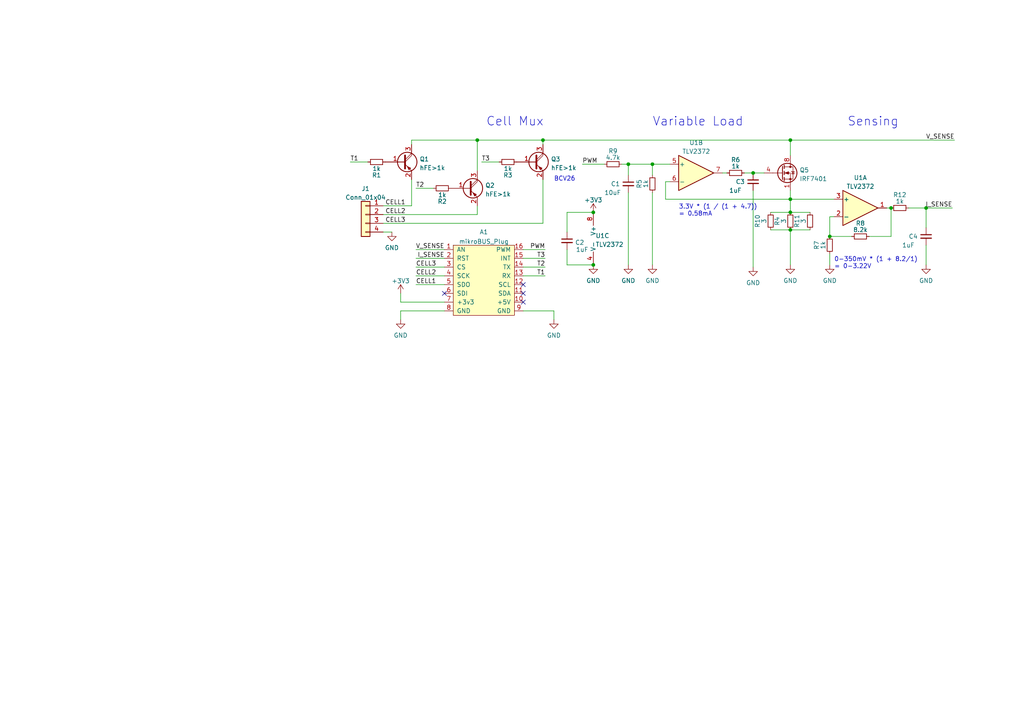
<source format=kicad_sch>
(kicad_sch (version 20211123) (generator eeschema)
  (paper "A4")
  (title_block (title "Seaque Solar Test") (date "2022-02-12"))
  (lib_symbols
    (symbol "Amplifier_Operational:TLV2372" (pin_names (offset 0.127))
      (property "Reference" "U" (at 0 5.08 0))
      (property "Value" "TLV2372" (at 0 -5.08 0))
      (symbol "TLV2372_1_1"
        (polyline (pts (xy -5.08 5.08) (xy 5.08 0) (xy -5.08 -5.08) (xy -5.08 5.08)) (stroke (width 0.254)) (fill (type background)))
        (pin output line (at 7.62 0 180) (length 2.54) (name "~") (number "1"))
        (pin input line (at -7.62 -2.54 0) (length 2.54) (name "-") (number "2"))
        (pin input line (at -7.62 2.54 0) (length 2.54) (name "+") (number "3"))
      )
      (symbol "TLV2372_2_1"
        (polyline (pts (xy -5.08 5.08) (xy 5.08 0) (xy -5.08 -5.08) (xy -5.08 5.08)) (stroke (width 0.254)) (fill (type background)))
        (pin input line (at -7.62 2.54 0) (length 2.54) (name "+") (number "5"))
        (pin input line (at -7.62 -2.54 0) (length 2.54) (name "-") (number "6"))
        (pin output line (at 7.62 0 180) (length 2.54) (name "~") (number "7"))
      )
      (symbol "TLV2372_3_1"
        (pin power_in line (at -2.54 -7.62 90) (length 3.81) (name "V-") (number "4"))
        (pin power_in line (at -2.54 7.62 270) (length 3.81) (name "V+") (number "8"))
      )
    )
    (symbol "Connector_Generic:Conn_01x04" (pin_names (offset 1.016) hide)
      (property "Reference" "J" (at 0 5.08 0))
      (property "Value" "Conn_01x04" (at 0 -7.62 0))
      (symbol "Conn_01x04_1_1"
        (rectangle (start -1.27 -4.953) (end 0 -5.207) (stroke (width 0.1524)))
        (rectangle (start -1.27 -2.413) (end 0 -2.667) (stroke (width 0.1524)))
        (rectangle (start -1.27 0.127) (end 0 -0.127) (stroke (width 0.1524)))
        (rectangle (start -1.27 2.667) (end 0 2.413) (stroke (width 0.1524)))
        (rectangle (start -1.27 3.81) (end 1.27 -6.35) (stroke (width 0.254)) (fill (type background)))
        (pin passive line (at -5.08 2.54 0) (length 3.81) (name "Pin_1") (number "1"))
        (pin passive line (at -5.08 0 0) (length 3.81) (name "Pin_2") (number "2"))
        (pin passive line (at -5.08 -2.54 0) (length 3.81) (name "Pin_3") (number "3"))
        (pin passive line (at -5.08 -5.08 0) (length 3.81) (name "Pin_4") (number "4"))
      )
    )
    (symbol "Device:C_Small" (pin_numbers hide) (pin_names (offset 0.254) hide)
      (property "Reference" "C" (at 0.254 1.778 0))
      (property "Value" "C_Small" (at 0.254 -2.032 0))
      (symbol "C_Small_0_1"
        (polyline (pts (xy -1.524 -0.508) (xy 1.524 -0.508)) (stroke (width 0.3302)))
        (polyline (pts (xy -1.524 0.508) (xy 1.524 0.508)) (stroke (width 0.3048)))
      )
      (symbol "C_Small_1_1"
        (pin passive line (at 0 2.54 270) (length 2.032) (name "~") (number "1"))
        (pin passive line (at 0 -2.54 90) (length 2.032) (name "~") (number "2"))
      )
    )
    (symbol "Device:Q_PNP_Darlington_BEC" (pin_names (offset 0) hide)
      (property "Reference" "Q" (at 4.572 1.27 0))
      (property "Value" "Q_PNP_Darlington_BEC" (at 4.572 -1.27 0))
      (symbol "Q_PNP_Darlington_BEC_0_1"
        (polyline (pts (xy 0.635 0.635) (xy 2.54 2.54)))
        (polyline (pts (xy 0.635 -0.635) (xy 2.54 -2.54) (xy 2.54 -2.54)))
        (polyline (pts (xy 0.635 0) (xy 2.54 1.905) (xy 2.54 2.54)))
        (polyline (pts (xy 0.635 1.905) (xy 0.635 -1.905) (xy 0.635 -1.905)) (stroke (width 0.508)))
        (polyline (pts (xy 2.286 -1.778) (xy 1.778 -2.286) (xy 1.27 -1.27) (xy 2.286 -1.778) (xy 2.286 -1.778)) (fill (type outline)))
        (circle (center 1.27 0) (radius 2.8194) (stroke (width 0.254)))
      )
      (symbol "Q_PNP_Darlington_BEC_1_1"
        (pin input line (at -5.08 0 0) (length 5.715) (name "B") (number "1"))
        (pin passive line (at 2.54 -5.08 90) (length 2.54) (name "E") (number "2"))
        (pin passive line (at 2.54 5.08 270) (length 2.54) (name "C") (number "3"))
      )
    )
    (symbol "Device:R_Small" (pin_numbers hide) (pin_names (offset 0.254) hide)
      (property "Reference" "R" (at 0.762 0.508 0))
      (property "Value" "R_Small" (at 0.762 -1.016 0))
      (symbol "R_Small_0_1"
        (rectangle (start -0.762 1.778) (end 0.762 -1.778) (stroke (width 0.2032)))
      )
      (symbol "R_Small_1_1"
        (pin passive line (at 0 2.54 270) (length 0.762) (name "~") (number "1"))
        (pin passive line (at 0 -2.54 90) (length 0.762) (name "~") (number "2"))
      )
    )
    (symbol "Transistor_FET:IRF7403" (pin_names hide)
      (property "Reference" "Q" (at 5.08 2.54 0))
      (property "Value" "IRF7403" (at 5.08 0 0))
      (symbol "IRF7403_0_1"
        (polyline (pts (xy 0.254 0) (xy -2.54 0)))
        (polyline (pts (xy 0.254 1.905) (xy 0.254 -1.905)) (stroke (width 0.254)))
        (polyline (pts (xy 0.762 -1.27) (xy 0.762 -2.286)) (stroke (width 0.254)))
        (polyline (pts (xy 0.762 0.508) (xy 0.762 -0.508)) (stroke (width 0.254)))
        (polyline (pts (xy 0.762 2.286) (xy 0.762 1.27)) (stroke (width 0.254)))
        (polyline (pts (xy 2.54 2.54) (xy 2.54 1.778)))
        (polyline (pts (xy 2.54 -2.54) (xy 2.54 0) (xy 0.762 0)))
        (polyline (pts (xy 0.762 -1.778) (xy 3.302 -1.778) (xy 3.302 1.778) (xy 0.762 1.778)))
        (polyline (pts (xy 1.016 0) (xy 2.032 0.381) (xy 2.032 -0.381) (xy 1.016 0)) (fill (type outline)))
        (polyline (pts (xy 2.794 0.508) (xy 2.921 0.381) (xy 3.683 0.381) (xy 3.81 0.254)))
        (polyline (pts (xy 3.302 0.381) (xy 2.921 -0.254) (xy 3.683 -0.254) (xy 3.302 0.381)))
        (circle (center 1.651 0) (radius 2.794) (stroke (width 0.254)))
        (circle (center 2.54 -1.778) (radius 0.254) (fill (type outline)))
        (circle (center 2.54 1.778) (radius 0.254) (fill (type outline)))
      )
      (symbol "IRF7403_1_1"
        (pin passive line (at 2.54 -5.08 90) (length 2.54) (name "S") (number "1"))
        (pin passive line (at 2.54 -5.08 90) (length 2.54) hide (name "S") (number "2"))
        (pin passive line (at 2.54 -5.08 90) (length 2.54) hide (name "S") (number "3"))
        (pin input line (at -5.08 0 0) (length 2.54) (name "G") (number "4"))
        (pin passive line (at 2.54 5.08 270) (length 2.54) hide (name "D") (number "5"))
        (pin passive line (at 2.54 5.08 270) (length 2.54) hide (name "D") (number "6"))
        (pin passive line (at 2.54 5.08 270) (length 2.54) hide (name "D") (number "7"))
        (pin passive line (at 2.54 5.08 270) (length 2.54) (name "D") (number "8"))
      )
    )
    (symbol "libmikro:mikroBUS_Plug" (pin_names (offset 1.016))
      (property "Reference" "A" (at 0 11.43 0))
      (property "Value" "mikroBUS_Plug" (at 0 -11.43 0))
      (symbol "mikroBUS_Plug_0_1"
        (rectangle (start -8.89 10.16) (end 8.89 -10.16) (fill (type background)))
      )
      (symbol "mikroBUS_Plug_1_1"
        (pin bidirectional line (at -11.43 8.89 0) (length 2.54) (name "AN") (number "1"))
        (pin bidirectional line (at 11.43 -6.35 180) (length 2.54) (name "+5V") (number "10"))
        (pin bidirectional line (at 11.43 -3.81 180) (length 2.54) (name "SDA") (number "11"))
        (pin bidirectional line (at 11.43 -1.27 180) (length 2.54) (name "SCL") (number "12"))
        (pin bidirectional line (at 11.43 1.27 180) (length 2.54) (name "RX") (number "13"))
        (pin bidirectional line (at 11.43 3.81 180) (length 2.54) (name "TX") (number "14"))
        (pin bidirectional line (at 11.43 6.35 180) (length 2.54) (name "INT") (number "15"))
        (pin bidirectional line (at 11.43 8.89 180) (length 2.54) (name "PWM") (number "16"))
        (pin bidirectional line (at -11.43 6.35 0) (length 2.54) (name "RST") (number "2"))
        (pin bidirectional line (at -11.43 3.81 0) (length 2.54) (name "CS") (number "3"))
        (pin bidirectional line (at -11.43 1.27 0) (length 2.54) (name "SCK") (number "4"))
        (pin bidirectional line (at -11.43 -1.27 0) (length 2.54) (name "SDO") (number "5"))
        (pin bidirectional line (at -11.43 -3.81 0) (length 2.54) (name "SDI") (number "6"))
        (pin bidirectional line (at -11.43 -6.35 0) (length 2.54) (name "+3v3") (number "7"))
        (pin bidirectional line (at -11.43 -8.89 0) (length 2.54) (name "GND") (number "8"))
        (pin bidirectional line (at 11.43 -8.89 180) (length 2.54) (name "GND") (number "9"))
      )
    )
    (symbol "power:+3.3V" (power) (pin_names (offset 0))
      (property "Value" "+3.3V" (at 0 3.556 0))
      (symbol "+3.3V_0_1"
        (polyline (pts (xy -0.762 1.27) (xy 0 2.54)))
        (polyline (pts (xy 0 0) (xy 0 2.54)))
        (polyline (pts (xy 0 2.54) (xy 0.762 1.27)))
      )
      (symbol "+3.3V_1_1"
        (pin power_in line (at 0 0 90) (length 0) hide (name "+3V3") (number "1"))
      )
    )
    (symbol "power:GND" (power) (pin_names (offset 0))
      (property "Value" "GND" (at 0 -3.81 0))
      (symbol "GND_0_1"
        (polyline (pts (xy 0 0) (xy 0 -1.27) (xy 1.27 -1.27) (xy 0 -2.54) (xy -1.27 -1.27) (xy 0 -1.27)))
      )
      (symbol "GND_1_1"
        (pin power_in line (at 0 0 270) (length 0) hide (name "GND") (number "1"))
      )
    )
  )
  (junction (at 229.235 40.64))
  (junction (at 229.235 61.595))
  (junction (at 189.23 47.625))
  (junction (at 172.085 61.595))
  (junction (at 229.235 66.675))
  (junction (at 157.48 40.64))
  (junction (at 229.235 57.785))
  (junction (at 138.43 40.64))
  (junction (at 172.085 76.835))
  (junction (at 182.245 47.625))
  (junction (at 268.605 60.325))
  (junction (at 258.445 60.325))
  (junction (at 240.665 68.58))
  (junction (at 218.44 50.165))
  (no_connect (at 151.765 82.55))
  (no_connect (at 128.905 85.09))
  (no_connect (at 151.765 85.09))
  (no_connect (at 151.765 87.63))
  (wire (pts (xy 258.445 68.58) (xy 258.445 60.325)))
  (wire (pts (xy 116.205 92.71) (xy 116.205 90.17)))
  (wire (pts (xy 182.245 55.88) (xy 182.245 76.835)))
  (wire (pts (xy 229.235 57.785) (xy 229.235 61.595)))
  (wire (pts (xy 218.44 55.245) (xy 218.44 77.47)))
  (wire (pts (xy 189.23 47.625) (xy 194.31 47.625)))
  (wire (pts (xy 138.43 40.64) (xy 138.43 49.53)))
  (wire (pts (xy 189.23 47.625) (xy 189.23 50.8)))
  (wire (pts (xy 119.38 41.91) (xy 119.38 40.64)))
  (wire (pts (xy 257.175 60.325) (xy 258.445 60.325)))
  (wire (pts (xy 240.665 68.58) (xy 247.015 68.58)))
  (wire (pts (xy 151.765 72.39) (xy 158.115 72.39)))
  (wire (pts (xy 138.43 59.69) (xy 138.43 62.23)))
  (wire (pts (xy 229.235 55.245) (xy 229.235 57.785)))
  (wire (pts (xy 157.48 52.07) (xy 157.48 64.77)))
  (wire (pts (xy 209.55 50.165) (xy 210.82 50.165)))
  (wire (pts (xy 120.65 72.39) (xy 128.905 72.39)))
  (wire (pts (xy 182.245 47.625) (xy 182.245 50.8)))
  (wire (pts (xy 111.125 62.23) (xy 138.43 62.23)))
  (wire (pts (xy 160.655 90.17) (xy 160.655 92.71)))
  (wire (pts (xy 157.48 40.64) (xy 157.48 41.91)))
  (wire (pts (xy 111.125 64.77) (xy 157.48 64.77)))
  (wire (pts (xy 193.04 57.785) (xy 229.235 57.785)))
  (wire (pts (xy 263.525 60.325) (xy 268.605 60.325)))
  (wire (pts (xy 215.9 50.165) (xy 218.44 50.165)))
  (wire (pts (xy 111.125 59.69) (xy 119.38 59.69)))
  (wire (pts (xy 120.65 77.47) (xy 128.905 77.47)))
  (wire (pts (xy 229.235 66.675) (xy 229.235 76.835)))
  (wire (pts (xy 151.765 77.47) (xy 158.115 77.47)))
  (wire (pts (xy 120.65 80.01) (xy 128.905 80.01)))
  (wire (pts (xy 164.465 76.835) (xy 164.465 72.39)))
  (wire (pts (xy 157.48 40.64) (xy 229.235 40.64)))
  (wire (pts (xy 116.205 90.17) (xy 128.905 90.17)))
  (wire (pts (xy 193.04 52.705) (xy 193.04 57.785)))
  (wire (pts (xy 119.38 40.64) (xy 138.43 40.64)))
  (wire (pts (xy 229.235 40.64) (xy 229.235 45.085)))
  (wire (pts (xy 116.205 85.09) (xy 116.205 87.63)))
  (wire (pts (xy 229.235 40.64) (xy 276.86 40.64)))
  (wire (pts (xy 240.665 62.865) (xy 241.935 62.865)))
  (wire (pts (xy 252.095 68.58) (xy 258.445 68.58)))
  (wire (pts (xy 268.605 60.325) (xy 276.225 60.325)))
  (wire (pts (xy 241.935 57.785) (xy 229.235 57.785)))
  (wire (pts (xy 180.34 47.625) (xy 182.245 47.625)))
  (wire (pts (xy 221.615 50.165) (xy 218.44 50.165)))
  (wire (pts (xy 229.235 61.595) (xy 234.95 61.595)))
  (wire (pts (xy 189.23 55.88) (xy 189.23 76.835)))
  (wire (pts (xy 139.7 46.99) (xy 144.78 46.99)))
  (wire (pts (xy 168.91 47.625) (xy 175.26 47.625)))
  (wire (pts (xy 172.085 76.835) (xy 164.465 76.835)))
  (wire (pts (xy 240.665 73.66) (xy 240.665 76.835)))
  (wire (pts (xy 138.43 40.64) (xy 157.48 40.64)))
  (wire (pts (xy 116.205 87.63) (xy 128.905 87.63)))
  (wire (pts (xy 120.65 82.55) (xy 128.905 82.55)))
  (wire (pts (xy 101.6 46.99) (xy 106.68 46.99)))
  (wire (pts (xy 164.465 67.31) (xy 164.465 61.595)))
  (wire (pts (xy 182.245 47.625) (xy 189.23 47.625)))
  (wire (pts (xy 151.765 90.17) (xy 160.655 90.17)))
  (wire (pts (xy 111.125 67.31) (xy 113.665 67.31)))
  (wire (pts (xy 151.765 80.01) (xy 158.115 80.01)))
  (wire (pts (xy 151.765 74.93) (xy 158.115 74.93)))
  (wire (pts (xy 223.52 61.595) (xy 229.235 61.595)))
  (wire (pts (xy 240.665 68.58) (xy 240.665 62.865)))
  (wire (pts (xy 229.235 66.675) (xy 234.95 66.675)))
  (wire (pts (xy 268.605 60.325) (xy 268.605 66.04)))
  (wire (pts (xy 268.605 71.12) (xy 268.605 76.835)))
  (wire (pts (xy 120.65 54.61) (xy 125.73 54.61)))
  (wire (pts (xy 223.52 66.675) (xy 229.235 66.675)))
  (wire (pts (xy 164.465 61.595) (xy 172.085 61.595)))
  (wire (pts (xy 193.04 52.705) (xy 194.31 52.705)))
  (wire (pts (xy 120.65 74.93) (xy 128.905 74.93)))
  (wire (pts (xy 119.38 52.07) (xy 119.38 59.69)))
  (text "0-350mV * (1 + 8.2/1)\n= 0-3.22V" (at 241.935 78.105 0) (effects (font (size 1.27 1.27)) (justify left bottom)))
  (text "Cell Mux" (at 140.97 36.83 0) (effects (font (size 2.54 2.54)) (justify left bottom)))
  (text "Variable Load" (at 189.23 36.83 0) (effects (font (size 2.54 2.54)) (justify left bottom)))
  (text "BCV26" (at 160.655 52.705 0) (effects (font (size 1.27 1.27)) (justify left bottom)))
  (text "Sensing" (at 245.745 36.83 0) (effects (font (size 2.54 2.54)) (justify left bottom)))
  (text "3.3V * (1 / (1 + 4.7))\n= 0.58mA" (at 196.85 62.865 0) (effects (font (size 1.27 1.27)) (justify left bottom)))
  (label "T3" (at 139.7 46.99 0))
  (label "CELL1" (at 111.76 59.69 0))
  (label "T3" (at 158.115 74.93 180))
  (label "T2" (at 158.115 77.47 180))
  (label "T1" (at 101.6 46.99 0))
  (label "PWM" (at 158.115 72.39 180))
  (label "CELL1" (at 120.65 82.55 0))
  (label "T1" (at 158.115 80.01 180))
  (label "CELL2" (at 120.65 80.01 0))
  (label "V_SENSE" (at 276.86 40.64 180))
  (label "I_SENSE" (at 276.225 60.325 180))
  (label "CELL2" (at 111.76 62.23 0))
  (label "CELL3" (at 120.65 77.47 0))
  (label "CELL3" (at 111.76 64.77 0))
  (label "T2" (at 120.65 54.61 0))
  (label "I_SENSE" (at 128.905 74.93 180))
  (label "PWM" (at 168.91 47.625 0))
  (label "V_SENSE" (at 128.905 72.39 180))
  (symbol (lib_id "power:GND") (at 229.235 76.835 0) (unit 1)
    (property "Reference" "#PWR0109" (effects hide))
    (property "Value" "GND" (at 229.235 81.3975 0))
  )
  (symbol (lib_id "Device:R_Small") (at 177.8 47.625 90) (unit 1)
    (property "Reference" "R9" (at 177.8 43.815 90))
    (property "Value" "4.7k" (at 177.8 45.697 90))
    (property "Footprint" "Capacitor_SMD:C_0603_1608Metric_Pad1.08x0.95mm_HandSolder" (effects hide))
  )
  (symbol (lib_id "Device:C_Small") (at 218.44 52.705 0) (unit 1)
    (property "Reference" "C3" (at 213.36 52.705 0) (effects (justify left)))
    (property "Value" "1uF" (at 211.455 55.245 0) (effects (justify left)))
    (property "Footprint" "Capacitor_SMD:C_0603_1608Metric_Pad1.08x0.95mm_HandSolder" (effects hide))
  )
  (symbol (lib_id "Device:Q_PNP_Darlington_BEC") (at 154.94 46.99 0) (unit 1)
    (property "Reference" "Q3" (at 159.7914 46.1553 0) (effects (justify left)))
    (property "Value" "hFE>1k" (at 159.7914 48.6922 0) (effects (justify left)))
    (property "Footprint" "Package_TO_SOT_SMD:SOT-23_Handsoldering" (effects hide))
  )
  (symbol (lib_id "power:GND") (at 240.665 76.835 0) (unit 1)
    (property "Reference" "#PWR0108" (effects hide))
    (property "Value" "GND" (at 240.665 81.3975 0))
  )
  (symbol (lib_id "Transistor_FET:IRF7403") (at 226.695 50.165 0) (unit 1)
    (property "Reference" "Q5" (at 231.902 49.3303 0) (effects (justify left)))
    (property "Value" "IRF7401" (at 231.902 51.8672 0) (effects (justify left)))
    (property "Footprint" "Package_SO:SOIC-8_3.9x4.9mm_P1.27mm" (effects hide))
    (property "Datasheet" "https://www.infineon.com/dgdl/irf7403pbf.pdf?fileId=5546d462533600a4015355fa23541b9c" (effects hide))
    (property "DK-P/N" "IRF7401PBFCT-ND" (effects hide))
    (property "DK-Link" "https://www.digikey.com/en/products/detail/infineon-technologies/IRF7401TRPBF/811475" (effects hide))
  )
  (symbol (lib_id "Device:C_Small") (at 164.465 69.85 0) (unit 1)
    (property "Reference" "C2" (at 166.7891 70.3353 0) (effects (justify left)))
    (property "Value" "1uF" (at 167.005 72.39 0) (effects (justify left)))
    (property "Footprint" "Capacitor_SMD:C_0603_1608Metric_Pad1.08x0.95mm_HandSolder" (effects hide))
  )
  (symbol (lib_id "Device:C_Small") (at 182.245 53.34 0) (unit 1)
    (property "Reference" "C1" (at 177.165 53.34 0) (effects (justify left)))
    (property "Value" "10uF" (at 175.26 55.88 0) (effects (justify left)))
    (property "Footprint" "Capacitor_SMD:C_0603_1608Metric_Pad1.08x0.95mm_HandSolder" (effects hide))
  )
  (symbol (lib_id "power:+3.3V") (at 172.085 61.595 0) (unit 1)
    (property "Reference" "#PWR0105" (effects hide))
    (property "Value" "+3.3V" (at 172.085 58.0192 0))
  )
  (symbol (lib_id "Device:R_Small") (at 229.235 64.135 180) (unit 1)
    (property "Reference" "R4" (at 225.425 64.135 90))
    (property "Value" "3" (at 227.307 64.135 90))
    (property "Footprint" "Capacitor_SMD:C_0603_1608Metric_Pad1.08x0.95mm_HandSolder" (effects hide))
  )
  (symbol (lib_id "Device:R_Small") (at 109.22 46.99 90) (mirror x) (unit 1)
    (property "Reference" "R1" (at 109.22 50.8 90))
    (property "Value" "1k" (at 109.22 48.918 90))
    (property "Footprint" "Capacitor_SMD:C_0603_1608Metric_Pad1.08x0.95mm_HandSolder" (effects hide))
  )
  (symbol (lib_id "Device:R_Small") (at 223.52 64.135 180) (unit 1)
    (property "Reference" "R10" (at 219.71 64.135 90))
    (property "Value" "3" (at 221.592 64.135 90))
    (property "Footprint" "Capacitor_SMD:C_0603_1608Metric_Pad1.08x0.95mm_HandSolder" (effects hide))
  )
  (symbol (lib_id "Amplifier_Operational:TLV2372") (at 249.555 60.325 0) (unit 1)
    (property "Reference" "U1" (at 249.555 51.5452 0))
    (property "Value" "TLV2372" (at 249.555 54.0821 0))
    (property "Footprint" "Package_SO:SOIC-8_3.9x4.9mm_P1.27mm" (effects hide))
    (property "Datasheet" "http://www.ti.com/lit/ds/symlink/tlv2375.pdf" (effects hide))
  )
  (symbol (lib_id "power:GND") (at 160.655 92.71 0) (unit 1)
    (property "Reference" "#PWR0102" (effects hide))
    (property "Value" "GND" (at 160.655 97.2725 0))
  )
  (symbol (lib_id "Amplifier_Operational:TLV2372") (at 201.93 50.165 0) (unit 2)
    (property "Reference" "U1" (at 201.93 41.3852 0))
    (property "Value" "TLV2372" (at 201.93 43.9221 0))
    (property "Footprint" "Package_SO:SOIC-8_3.9x4.9mm_P1.27mm" (effects hide))
    (property "Datasheet" "http://www.ti.com/lit/ds/symlink/tlv2375.pdf" (effects hide))
  )
  (symbol (lib_id "Device:R_Small") (at 249.555 68.58 90) (unit 1)
    (property "Reference" "R8" (at 249.555 64.77 90))
    (property "Value" "8.2k" (at 249.555 66.652 90))
    (property "Footprint" "Capacitor_SMD:C_0603_1608Metric_Pad1.08x0.95mm_HandSolder" (effects hide))
  )
  (symbol (lib_id "Device:R_Small") (at 128.27 54.61 90) (mirror x) (unit 1)
    (property "Reference" "R2" (at 128.27 58.42 90))
    (property "Value" "1k" (at 128.27 56.538 90))
    (property "Footprint" "Capacitor_SMD:C_0603_1608Metric_Pad1.08x0.95mm_HandSolder" (effects hide))
  )
  (symbol (lib_id "Device:Q_PNP_Darlington_BEC") (at 135.89 54.61 0) (unit 1)
    (property "Reference" "Q2" (at 140.7414 53.7753 0) (effects (justify left)))
    (property "Value" "hFE>1k" (at 140.7414 56.3122 0) (effects (justify left)))
    (property "Footprint" "Package_TO_SOT_SMD:SOT-23_Handsoldering" (effects hide))
  )
  (symbol (lib_id "power:GND") (at 172.085 76.835 0) (unit 1)
    (property "Reference" "#PWR0107" (effects hide))
    (property "Value" "GND" (at 172.085 81.3975 0))
  )
  (symbol (lib_id "Device:R_Small") (at 213.36 50.165 90) (unit 1)
    (property "Reference" "R6" (at 213.36 46.355 90))
    (property "Value" "1k" (at 213.36 48.237 90))
    (property "Footprint" "Capacitor_SMD:C_0603_1608Metric_Pad1.08x0.95mm_HandSolder" (effects hide))
  )
  (symbol (lib_id "Connector_Generic:Conn_01x04") (at 106.045 62.23 0) (mirror y) (unit 1)
    (property "Reference" "J1" (at 106.045 54.7202 0))
    (property "Value" "Conn_01x04" (at 106.045 57.2571 0))
    (property "Footprint" "Connector_Molex:Molex_Pico-Lock_504050-0491_1x04-1MP_P1.50mm_Horizontal" (effects hide))
  )
  (symbol (lib_id "power:+3.3V") (at 116.205 85.09 0) (unit 1)
    (property "Reference" "#PWR0101" (effects hide))
    (property "Value" "+3.3V" (at 116.205 81.4855 0))
  )
  (symbol (lib_id "Device:R_Small") (at 260.985 60.325 90) (unit 1)
    (property "Reference" "R12" (at 260.985 56.515 90))
    (property "Value" "1k" (at 260.985 58.397 90))
    (property "Footprint" "Capacitor_SMD:C_0603_1608Metric_Pad1.08x0.95mm_HandSolder" (effects hide))
  )
  (symbol (lib_id "power:GND") (at 218.44 77.47 0) (unit 1)
    (property "Reference" "#PWR0112" (effects hide))
    (property "Value" "GND" (at 218.44 82.0325 0))
  )
  (symbol (lib_id "Device:R_Small") (at 189.23 53.34 180) (unit 1)
    (property "Reference" "R5" (at 185.42 53.34 90))
    (property "Value" "1k" (at 187.302 53.34 90))
    (property "Footprint" "Capacitor_SMD:C_0603_1608Metric_Pad1.08x0.95mm_HandSolder" (effects hide))
  )
  (symbol (lib_id "Device:R_Small") (at 147.32 46.99 90) (mirror x) (unit 1)
    (property "Reference" "R3" (at 147.32 50.8 90))
    (property "Value" "1k" (at 147.32 48.918 90))
    (property "Footprint" "Capacitor_SMD:C_0603_1608Metric_Pad1.08x0.95mm_HandSolder" (effects hide))
  )
  (symbol (lib_id "power:GND") (at 268.605 76.835 0) (unit 1)
    (property "Reference" "#PWR0111" (effects hide))
    (property "Value" "GND" (at 268.605 81.3975 0))
  )
  (symbol (lib_id "power:GND") (at 113.665 67.31 0) (unit 1)
    (property "Reference" "#PWR0104" (effects hide))
    (property "Value" "GND" (at 113.665 71.8725 0))
  )
  (symbol (lib_id "libmikro:mikroBUS_Plug") (at 140.335 81.28 0) (unit 1)
    (property "Reference" "A1" (at 140.335 67.2805 0))
    (property "Value" "mikroBUS_Plug" (at 140.335 70.0556 0))
    (property "Footprint" "libmikro:mikroBUS_Plug" (effects hide))
  )
  (symbol (lib_id "Device:C_Small") (at 268.605 68.58 0) (unit 1)
    (property "Reference" "C4" (at 263.525 68.58 0) (effects (justify left)))
    (property "Value" "1uF" (at 261.62 71.12 0) (effects (justify left)))
    (property "Footprint" "Capacitor_SMD:C_0603_1608Metric_Pad1.08x0.95mm_HandSolder" (effects hide))
  )
  (symbol (lib_id "power:GND") (at 182.245 76.835 0) (unit 1)
    (property "Reference" "#PWR0106" (effects hide))
    (property "Value" "GND" (at 182.245 81.3975 0))
  )
  (symbol (lib_id "Device:Q_PNP_Darlington_BEC") (at 116.84 46.99 0) (unit 1)
    (property "Reference" "Q1" (at 121.6914 46.1553 0) (effects (justify left)))
    (property "Value" "hFE>1k" (at 121.6914 48.6922 0) (effects (justify left)))
    (property "Footprint" "Package_TO_SOT_SMD:SOT-23_Handsoldering" (effects hide))
  )
  (symbol (lib_id "Device:R_Small") (at 240.665 71.12 180) (unit 1)
    (property "Reference" "R7" (at 236.855 71.12 90))
    (property "Value" "1k" (at 238.737 71.12 90))
    (property "Footprint" "Capacitor_SMD:C_0603_1608Metric_Pad1.08x0.95mm_HandSolder" (effects hide))
  )
  (symbol (lib_id "Amplifier_Operational:TLV2372") (at 174.625 69.215 0) (unit 3)
    (property "Reference" "U1" (at 172.72 68.3803 0) (effects (justify left)))
    (property "Value" "TLV2372" (at 172.72 70.9172 0) (effects (justify left)))
    (property "Footprint" "Package_SO:SOIC-8_3.9x4.9mm_P1.27mm" (effects hide))
    (property "Datasheet" "http://www.ti.com/lit/ds/symlink/tlv2375.pdf" (effects hide))
  )
  (symbol (lib_id "Device:R_Small") (at 234.95 64.135 180) (unit 1)
    (property "Reference" "R11" (at 231.14 64.135 90))
    (property "Value" "3" (at 233.022 64.135 90))
    (property "Footprint" "Capacitor_SMD:C_0603_1608Metric_Pad1.08x0.95mm_HandSolder" (effects hide))
  )
  (symbol (lib_id "power:GND") (at 116.205 92.71 0) (unit 1)
    (property "Reference" "#PWR0103" (effects hide))
    (property "Value" "GND" (at 116.205 97.2725 0))
  )
  (symbol (lib_id "power:GND") (at 189.23 76.835 0) (unit 1)
    (property "Reference" "#PWR0110" (effects hide))
    (property "Value" "GND" (at 189.23 81.3975 0))
  )
)
</source>
